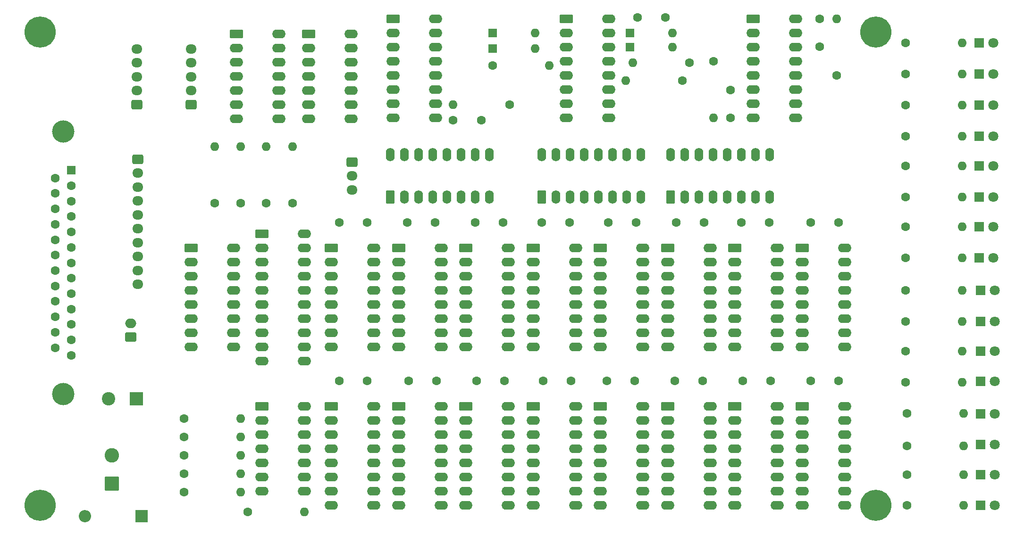
<source format=gbr>
%TF.GenerationSoftware,KiCad,Pcbnew,9.0.1*%
%TF.CreationDate,2025-07-19T09:37:53+10:00*%
%TF.ProjectId,128 X 16 RAM V4 FINAL ,31323820-5820-4313-9620-52414d205634,rev?*%
%TF.SameCoordinates,Original*%
%TF.FileFunction,Soldermask,Bot*%
%TF.FilePolarity,Negative*%
%FSLAX46Y46*%
G04 Gerber Fmt 4.6, Leading zero omitted, Abs format (unit mm)*
G04 Created by KiCad (PCBNEW 9.0.1) date 2025-07-19 09:37:53*
%MOMM*%
%LPD*%
G01*
G04 APERTURE LIST*
G04 Aperture macros list*
%AMRoundRect*
0 Rectangle with rounded corners*
0 $1 Rounding radius*
0 $2 $3 $4 $5 $6 $7 $8 $9 X,Y pos of 4 corners*
0 Add a 4 corners polygon primitive as box body*
4,1,4,$2,$3,$4,$5,$6,$7,$8,$9,$2,$3,0*
0 Add four circle primitives for the rounded corners*
1,1,$1+$1,$2,$3*
1,1,$1+$1,$4,$5*
1,1,$1+$1,$6,$7*
1,1,$1+$1,$8,$9*
0 Add four rect primitives between the rounded corners*
20,1,$1+$1,$2,$3,$4,$5,0*
20,1,$1+$1,$4,$5,$6,$7,0*
20,1,$1+$1,$6,$7,$8,$9,0*
20,1,$1+$1,$8,$9,$2,$3,0*%
G04 Aperture macros list end*
%ADD10RoundRect,0.250000X-0.950000X-0.550000X0.950000X-0.550000X0.950000X0.550000X-0.950000X0.550000X0*%
%ADD11O,2.400000X1.600000*%
%ADD12R,1.800000X1.800000*%
%ADD13C,1.800000*%
%ADD14R,1.600000X1.600000*%
%ADD15O,1.600000X1.600000*%
%ADD16C,1.600000*%
%ADD17RoundRect,0.250000X0.550000X-0.950000X0.550000X0.950000X-0.550000X0.950000X-0.550000X-0.950000X0*%
%ADD18O,1.600000X2.400000*%
%ADD19C,5.600000*%
%ADD20RoundRect,0.250000X-0.725000X0.600000X-0.725000X-0.600000X0.725000X-0.600000X0.725000X0.600000X0*%
%ADD21O,1.950000X1.700000*%
%ADD22R,2.400000X2.400000*%
%ADD23C,2.400000*%
%ADD24R,2.200000X2.200000*%
%ADD25O,2.200000X2.200000*%
%ADD26RoundRect,0.250000X0.725000X-0.600000X0.725000X0.600000X-0.725000X0.600000X-0.725000X-0.600000X0*%
%ADD27C,4.000000*%
%ADD28RoundRect,0.250000X1.050000X-1.050000X1.050000X1.050000X-1.050000X1.050000X-1.050000X-1.050000X0*%
%ADD29C,2.600000*%
%ADD30RoundRect,0.250000X0.750000X-0.600000X0.750000X0.600000X-0.750000X0.600000X-0.750000X-0.600000X0*%
%ADD31O,2.000000X1.700000*%
G04 APERTURE END LIST*
D10*
%TO.C,U15*%
X194691000Y-127202000D03*
D11*
X194691000Y-129742000D03*
X194691000Y-132282000D03*
X194691000Y-134822000D03*
X194691000Y-137362000D03*
X194691000Y-139902000D03*
X194691000Y-142442000D03*
X194691000Y-144982000D03*
X202311000Y-144982000D03*
X202311000Y-142442000D03*
X202311000Y-139902000D03*
X202311000Y-137362000D03*
X202311000Y-134822000D03*
X202311000Y-132282000D03*
X202311000Y-129742000D03*
X202311000Y-127202000D03*
%TD*%
D10*
%TO.C,J1*%
X97155000Y-98754000D03*
D11*
X97155000Y-101294000D03*
X97155000Y-103834000D03*
X97155000Y-106374000D03*
X97155000Y-108914000D03*
X97155000Y-111454000D03*
X97155000Y-113994000D03*
X97155000Y-116534000D03*
X104775000Y-116534000D03*
X104775000Y-113994000D03*
X104775000Y-111454000D03*
X104775000Y-108914000D03*
X104775000Y-106374000D03*
X104775000Y-103834000D03*
X104775000Y-101294000D03*
X104775000Y-98754000D03*
%TD*%
D10*
%TO.C,U8*%
X206756000Y-98754000D03*
D11*
X206756000Y-101294000D03*
X206756000Y-103834000D03*
X206756000Y-106374000D03*
X206756000Y-108914000D03*
X206756000Y-111454000D03*
X206756000Y-113994000D03*
X206756000Y-116534000D03*
X214376000Y-116534000D03*
X214376000Y-113994000D03*
X214376000Y-111454000D03*
X214376000Y-108914000D03*
X214376000Y-106374000D03*
X214376000Y-103834000D03*
X214376000Y-101294000D03*
X214376000Y-98754000D03*
%TD*%
D12*
%TO.C,D10*%
X238760000Y-111962000D03*
D13*
X241300000Y-111962000D03*
%TD*%
D10*
%TO.C,U21*%
X109855000Y-127202000D03*
D11*
X109855000Y-129742000D03*
X109855000Y-132282000D03*
X109855000Y-134822000D03*
X109855000Y-137362000D03*
X109855000Y-139902000D03*
X109855000Y-142442000D03*
X117475000Y-142442000D03*
X117475000Y-139902000D03*
X117475000Y-137362000D03*
X117475000Y-134822000D03*
X117475000Y-132282000D03*
X117475000Y-129742000D03*
X117475000Y-127202000D03*
%TD*%
D14*
%TO.C,D17*%
X175895000Y-62686000D03*
D15*
X183515000Y-62686000D03*
%TD*%
D12*
%TO.C,D11*%
X238760000Y-117296000D03*
D13*
X241300000Y-117296000D03*
%TD*%
D14*
%TO.C,D20*%
X151257000Y-60146000D03*
D15*
X158877000Y-60146000D03*
%TD*%
D10*
%TO.C,U11*%
X146431000Y-127202000D03*
D11*
X146431000Y-129742000D03*
X146431000Y-132282000D03*
X146431000Y-134822000D03*
X146431000Y-137362000D03*
X146431000Y-139902000D03*
X146431000Y-142442000D03*
X146431000Y-144982000D03*
X154051000Y-144982000D03*
X154051000Y-142442000D03*
X154051000Y-139902000D03*
X154051000Y-137362000D03*
X154051000Y-134822000D03*
X154051000Y-132282000D03*
X154051000Y-129742000D03*
X154051000Y-127202000D03*
%TD*%
D16*
%TO.C,R20*%
X225298000Y-111962000D03*
D15*
X235458000Y-111962000D03*
%TD*%
D17*
%TO.C,U20*%
X160020000Y-89610000D03*
D18*
X162560000Y-89610000D03*
X165100000Y-89610000D03*
X167640000Y-89610000D03*
X170180000Y-89610000D03*
X172720000Y-89610000D03*
X175260000Y-89610000D03*
X177800000Y-89610000D03*
X177800000Y-81990000D03*
X175260000Y-81990000D03*
X172720000Y-81990000D03*
X170180000Y-81990000D03*
X167640000Y-81990000D03*
X165100000Y-81990000D03*
X162560000Y-81990000D03*
X160020000Y-81990000D03*
%TD*%
D16*
%TO.C,R15*%
X225298000Y-84022000D03*
D15*
X235458000Y-84022000D03*
%TD*%
D10*
%TO.C,U1*%
X122301000Y-98754000D03*
D11*
X122301000Y-101294000D03*
X122301000Y-103834000D03*
X122301000Y-106374000D03*
X122301000Y-108914000D03*
X122301000Y-111454000D03*
X122301000Y-113994000D03*
X122301000Y-116534000D03*
X129921000Y-116534000D03*
X129921000Y-113994000D03*
X129921000Y-111454000D03*
X129921000Y-108914000D03*
X129921000Y-106374000D03*
X129921000Y-103834000D03*
X129921000Y-101294000D03*
X129921000Y-98754000D03*
%TD*%
D10*
%TO.C,U7*%
X194691000Y-98754000D03*
D11*
X194691000Y-101294000D03*
X194691000Y-103834000D03*
X194691000Y-106374000D03*
X194691000Y-108914000D03*
X194691000Y-111454000D03*
X194691000Y-113994000D03*
X194691000Y-116534000D03*
X202311000Y-116534000D03*
X202311000Y-113994000D03*
X202311000Y-111454000D03*
X202311000Y-108914000D03*
X202311000Y-106374000D03*
X202311000Y-103834000D03*
X202311000Y-101294000D03*
X202311000Y-98754000D03*
%TD*%
D16*
%TO.C,C17*%
X177245000Y-57352000D03*
X182245000Y-57352000D03*
%TD*%
%TO.C,C19*%
X209931000Y-57606000D03*
X209931000Y-62606000D03*
%TD*%
%TO.C,R10*%
X95884000Y-136026000D03*
D15*
X106044000Y-136026000D03*
%TD*%
D10*
%TO.C,U16*%
X206756000Y-127202000D03*
D11*
X206756000Y-129742000D03*
X206756000Y-132282000D03*
X206756000Y-134822000D03*
X206756000Y-137362000D03*
X206756000Y-139902000D03*
X206756000Y-142442000D03*
X206756000Y-144982000D03*
X214376000Y-144982000D03*
X214376000Y-142442000D03*
X214376000Y-139902000D03*
X214376000Y-137362000D03*
X214376000Y-134822000D03*
X214376000Y-132282000D03*
X214376000Y-129742000D03*
X214376000Y-127202000D03*
%TD*%
D16*
%TO.C,C21*%
X144144000Y-75828000D03*
X149144000Y-75828000D03*
%TD*%
%TO.C,R24*%
X225552000Y-134314000D03*
D15*
X235712000Y-134314000D03*
%TD*%
D16*
%TO.C,C6*%
X184150000Y-94182000D03*
X189150000Y-94182000D03*
%TD*%
%TO.C,C7*%
X195834000Y-94182000D03*
X200834000Y-94182000D03*
%TD*%
D10*
%TO.C,U5*%
X170561000Y-98754000D03*
D11*
X170561000Y-101294000D03*
X170561000Y-103834000D03*
X170561000Y-106374000D03*
X170561000Y-108914000D03*
X170561000Y-111454000D03*
X170561000Y-113994000D03*
X170561000Y-116534000D03*
X178181000Y-116534000D03*
X178181000Y-113994000D03*
X178181000Y-111454000D03*
X178181000Y-108914000D03*
X178181000Y-106374000D03*
X178181000Y-103834000D03*
X178181000Y-101294000D03*
X178181000Y-98754000D03*
%TD*%
D17*
%TO.C,U22*%
X132842000Y-89610000D03*
D18*
X135382000Y-89610000D03*
X137922000Y-89610000D03*
X140462000Y-89610000D03*
X143002000Y-89610000D03*
X145542000Y-89610000D03*
X148082000Y-89610000D03*
X150622000Y-89610000D03*
X150622000Y-81990000D03*
X148082000Y-81990000D03*
X145542000Y-81990000D03*
X143002000Y-81990000D03*
X140462000Y-81990000D03*
X137922000Y-81990000D03*
X135382000Y-81990000D03*
X132842000Y-81990000D03*
%TD*%
D19*
%TO.C,H2*%
X70000000Y-145000000D03*
%TD*%
%TO.C,H1*%
X70000000Y-60000000D03*
%TD*%
D10*
%TO.C,U9*%
X122301000Y-127202000D03*
D11*
X122301000Y-129742000D03*
X122301000Y-132282000D03*
X122301000Y-134822000D03*
X122301000Y-137362000D03*
X122301000Y-139902000D03*
X122301000Y-142442000D03*
X122301000Y-144982000D03*
X129921000Y-144982000D03*
X129921000Y-142442000D03*
X129921000Y-139902000D03*
X129921000Y-137362000D03*
X129921000Y-134822000D03*
X129921000Y-132282000D03*
X129921000Y-129742000D03*
X129921000Y-127202000D03*
%TD*%
D12*
%TO.C,D4*%
X238506000Y-78688000D03*
D13*
X241046000Y-78688000D03*
%TD*%
D10*
%TO.C,U27*%
X133350000Y-57658000D03*
D11*
X133350000Y-60198000D03*
X133350000Y-62738000D03*
X133350000Y-65278000D03*
X133350000Y-67818000D03*
X133350000Y-70358000D03*
X133350000Y-72898000D03*
X133350000Y-75438000D03*
X140970000Y-75438000D03*
X140970000Y-72898000D03*
X140970000Y-70358000D03*
X140970000Y-67818000D03*
X140970000Y-65278000D03*
X140970000Y-62738000D03*
X140970000Y-60198000D03*
X140970000Y-57658000D03*
%TD*%
D12*
%TO.C,D7*%
X238506000Y-94944000D03*
D13*
X241046000Y-94944000D03*
%TD*%
D20*
%TO.C,J4*%
X87540000Y-82829000D03*
D21*
X87540000Y-85329000D03*
X87540000Y-87829000D03*
X87540000Y-90329000D03*
X87540000Y-92829000D03*
X87540000Y-95329000D03*
X87540000Y-97829000D03*
X87540000Y-100329000D03*
X87540000Y-102829000D03*
X87540000Y-105329000D03*
%TD*%
D16*
%TO.C,R9*%
X95884000Y-142630000D03*
D15*
X106044000Y-142630000D03*
%TD*%
D16*
%TO.C,R27*%
X185292000Y-68716000D03*
D15*
X175132000Y-68716000D03*
%TD*%
D16*
%TO.C,R30*%
X190881000Y-65226000D03*
D15*
X190881000Y-75386000D03*
%TD*%
D16*
%TO.C,R21*%
X225298000Y-117296000D03*
D15*
X235458000Y-117296000D03*
%TD*%
D12*
%TO.C,D12*%
X238760000Y-122766000D03*
D13*
X241300000Y-122766000D03*
%TD*%
D16*
%TO.C,R32*%
X95884000Y-139328000D03*
D15*
X106044000Y-139328000D03*
%TD*%
D16*
%TO.C,C10*%
X136144000Y-122630000D03*
X141144000Y-122630000D03*
%TD*%
%TO.C,R16*%
X225298000Y-89610000D03*
D15*
X235458000Y-89610000D03*
%TD*%
D22*
%TO.C,C18*%
X87285959Y-125866000D03*
D23*
X82285959Y-125866000D03*
%TD*%
D10*
%TO.C,U24*%
X105282000Y-60334000D03*
D11*
X105282000Y-62874000D03*
X105282000Y-65414000D03*
X105282000Y-67954000D03*
X105282000Y-70494000D03*
X105282000Y-73034000D03*
X105282000Y-75574000D03*
X112902000Y-75574000D03*
X112902000Y-73034000D03*
X112902000Y-70494000D03*
X112902000Y-67954000D03*
X112902000Y-65414000D03*
X112902000Y-62874000D03*
X112902000Y-60334000D03*
%TD*%
D16*
%TO.C,R14*%
X225298000Y-78688000D03*
D15*
X235458000Y-78688000D03*
%TD*%
D16*
%TO.C,R18*%
X225298000Y-100532000D03*
D15*
X235458000Y-100532000D03*
%TD*%
D16*
%TO.C,C13*%
X171704000Y-122630000D03*
X176704000Y-122630000D03*
%TD*%
D10*
%TO.C,U10*%
X134366000Y-127202000D03*
D11*
X134366000Y-129742000D03*
X134366000Y-132282000D03*
X134366000Y-134822000D03*
X134366000Y-137362000D03*
X134366000Y-139902000D03*
X134366000Y-142442000D03*
X134366000Y-144982000D03*
X141986000Y-144982000D03*
X141986000Y-142442000D03*
X141986000Y-139902000D03*
X141986000Y-137362000D03*
X141986000Y-134822000D03*
X141986000Y-132282000D03*
X141986000Y-129742000D03*
X141986000Y-127202000D03*
%TD*%
D16*
%TO.C,C11*%
X148336000Y-122630000D03*
X153336000Y-122630000D03*
%TD*%
D12*
%TO.C,D9*%
X238760000Y-106356000D03*
D13*
X241300000Y-106356000D03*
%TD*%
D16*
%TO.C,C2*%
X135890000Y-94182000D03*
X140890000Y-94182000D03*
%TD*%
D20*
%TO.C,J2*%
X125984000Y-83340000D03*
D21*
X125984000Y-85840000D03*
X125984000Y-88340000D03*
%TD*%
D16*
%TO.C,R4*%
X110617000Y-90753000D03*
D15*
X110617000Y-80593000D03*
%TD*%
D16*
%TO.C,R19*%
X225298000Y-106374000D03*
D15*
X235458000Y-106374000D03*
%TD*%
D10*
%TO.C,U26*%
X118236000Y-60334000D03*
D11*
X118236000Y-62874000D03*
X118236000Y-65414000D03*
X118236000Y-67954000D03*
X118236000Y-70494000D03*
X118236000Y-73034000D03*
X118236000Y-75574000D03*
X125856000Y-75574000D03*
X125856000Y-73034000D03*
X125856000Y-70494000D03*
X125856000Y-67954000D03*
X125856000Y-65414000D03*
X125856000Y-62874000D03*
X125856000Y-60334000D03*
%TD*%
D16*
%TO.C,R7*%
X95884000Y-129422000D03*
D15*
X106044000Y-129422000D03*
%TD*%
D10*
%TO.C,U19*%
X164465000Y-57606000D03*
D11*
X164465000Y-60146000D03*
X164465000Y-62686000D03*
X164465000Y-65226000D03*
X164465000Y-67766000D03*
X164465000Y-70306000D03*
X164465000Y-72846000D03*
X164465000Y-75386000D03*
X172085000Y-75386000D03*
X172085000Y-72846000D03*
X172085000Y-70306000D03*
X172085000Y-67766000D03*
X172085000Y-65226000D03*
X172085000Y-62686000D03*
X172085000Y-60146000D03*
X172085000Y-57606000D03*
%TD*%
D16*
%TO.C,C8*%
X208280000Y-94182000D03*
X213280000Y-94182000D03*
%TD*%
%TO.C,C5*%
X171958000Y-94182000D03*
X176958000Y-94182000D03*
%TD*%
D10*
%TO.C,U4*%
X158496000Y-98754000D03*
D11*
X158496000Y-101294000D03*
X158496000Y-103834000D03*
X158496000Y-106374000D03*
X158496000Y-108914000D03*
X158496000Y-111454000D03*
X158496000Y-113994000D03*
X158496000Y-116534000D03*
X166116000Y-116534000D03*
X166116000Y-113994000D03*
X166116000Y-111454000D03*
X166116000Y-108914000D03*
X166116000Y-106374000D03*
X166116000Y-103834000D03*
X166116000Y-101294000D03*
X166116000Y-98754000D03*
%TD*%
D12*
%TO.C,D6*%
X238506000Y-89610000D03*
D13*
X241046000Y-89610000D03*
%TD*%
D16*
%TO.C,C15*%
X196088000Y-122630000D03*
X201088000Y-122630000D03*
%TD*%
D10*
%TO.C,U25*%
X197993000Y-57606000D03*
D11*
X197993000Y-60146000D03*
X197993000Y-62686000D03*
X197993000Y-65226000D03*
X197993000Y-67766000D03*
X197993000Y-70306000D03*
X197993000Y-72846000D03*
X197993000Y-75386000D03*
X205613000Y-75386000D03*
X205613000Y-72846000D03*
X205613000Y-70306000D03*
X205613000Y-67766000D03*
X205613000Y-65226000D03*
X205613000Y-62686000D03*
X205613000Y-60146000D03*
X205613000Y-57606000D03*
%TD*%
D16*
%TO.C,R1*%
X101388000Y-90753000D03*
D15*
X101388000Y-80593000D03*
%TD*%
D12*
%TO.C,D14*%
X238760000Y-134042000D03*
D13*
X241300000Y-134042000D03*
%TD*%
D16*
%TO.C,R17*%
X225298000Y-94944000D03*
D15*
X235458000Y-94944000D03*
%TD*%
D10*
%TO.C,U14*%
X182626000Y-127202000D03*
D11*
X182626000Y-129742000D03*
X182626000Y-132282000D03*
X182626000Y-134822000D03*
X182626000Y-137362000D03*
X182626000Y-139902000D03*
X182626000Y-142442000D03*
X182626000Y-144982000D03*
X190246000Y-144982000D03*
X190246000Y-142442000D03*
X190246000Y-139902000D03*
X190246000Y-137362000D03*
X190246000Y-134822000D03*
X190246000Y-132282000D03*
X190246000Y-129742000D03*
X190246000Y-127202000D03*
%TD*%
D14*
%TO.C,D18*%
X175895000Y-60146000D03*
D15*
X183515000Y-60146000D03*
%TD*%
D16*
%TO.C,R29*%
X212979000Y-67766000D03*
D15*
X212979000Y-57606000D03*
%TD*%
D16*
%TO.C,R31*%
X154304000Y-73034000D03*
D15*
X144144000Y-73034000D03*
%TD*%
D16*
%TO.C,C3*%
X148082000Y-94182000D03*
X153082000Y-94182000D03*
%TD*%
%TO.C,R12*%
X225298000Y-67512000D03*
D15*
X235458000Y-67512000D03*
%TD*%
D14*
%TO.C,D19*%
X151257000Y-62940000D03*
D15*
X158877000Y-62940000D03*
%TD*%
D16*
%TO.C,C9*%
X123698000Y-122630000D03*
X128698000Y-122630000D03*
%TD*%
D24*
%TO.C,D21*%
X88264000Y-146948000D03*
D25*
X78104000Y-146948000D03*
%TD*%
D16*
%TO.C,R23*%
X225552000Y-128472000D03*
D15*
X235712000Y-128472000D03*
%TD*%
D26*
%TO.C,J7*%
X97154000Y-73034000D03*
D21*
X97154000Y-70534000D03*
X97154000Y-68034000D03*
X97154000Y-65534000D03*
X97154000Y-63034000D03*
%TD*%
D16*
%TO.C,C4*%
X160020000Y-94182000D03*
X165020000Y-94182000D03*
%TD*%
%TO.C,R28*%
X151257000Y-65988000D03*
D15*
X161417000Y-65988000D03*
%TD*%
D16*
%TO.C,C14*%
X183896000Y-122630000D03*
X188896000Y-122630000D03*
%TD*%
D10*
%TO.C,U13*%
X170561000Y-127202000D03*
D11*
X170561000Y-129742000D03*
X170561000Y-132282000D03*
X170561000Y-134822000D03*
X170561000Y-137362000D03*
X170561000Y-139902000D03*
X170561000Y-142442000D03*
X170561000Y-144982000D03*
X178181000Y-144982000D03*
X178181000Y-142442000D03*
X178181000Y-139902000D03*
X178181000Y-137362000D03*
X178181000Y-134822000D03*
X178181000Y-132282000D03*
X178181000Y-129742000D03*
X178181000Y-127202000D03*
%TD*%
D26*
%TO.C,J5*%
X87375000Y-73034000D03*
D21*
X87375000Y-70534000D03*
X87375000Y-68034000D03*
X87375000Y-65534000D03*
X87375000Y-63034000D03*
%TD*%
D27*
%TO.C,J3*%
X74172000Y-77900000D03*
X74172000Y-125000000D03*
D14*
X75592000Y-84830000D03*
D16*
X75592000Y-87600000D03*
X75592000Y-90370000D03*
X75592000Y-93140000D03*
X75592000Y-95910000D03*
X75592000Y-98680000D03*
X75592000Y-101450000D03*
X75592000Y-104220000D03*
X75592000Y-106990000D03*
X75592000Y-109760000D03*
X75592000Y-112530000D03*
X75592000Y-115300000D03*
X75592000Y-118070000D03*
X72752000Y-86215000D03*
X72752000Y-88985000D03*
X72752000Y-91755000D03*
X72752000Y-94525000D03*
X72752000Y-97295000D03*
X72752000Y-100065000D03*
X72752000Y-102835000D03*
X72752000Y-105605000D03*
X72752000Y-108375000D03*
X72752000Y-111145000D03*
X72752000Y-113915000D03*
X72752000Y-116685000D03*
%TD*%
%TO.C,R22*%
X225298000Y-122884000D03*
D15*
X235458000Y-122884000D03*
%TD*%
D12*
%TO.C,D3*%
X238506000Y-73100000D03*
D13*
X241046000Y-73100000D03*
%TD*%
D16*
%TO.C,R8*%
X95884000Y-132766000D03*
D15*
X106044000Y-132766000D03*
%TD*%
D16*
%TO.C,C20*%
X193929000Y-75386000D03*
X193929000Y-70386000D03*
%TD*%
D10*
%TO.C,U23*%
X109855000Y-96214000D03*
D11*
X109855000Y-98754000D03*
X109855000Y-101294000D03*
X109855000Y-103834000D03*
X109855000Y-106374000D03*
X109855000Y-108914000D03*
X109855000Y-111454000D03*
X109855000Y-113994000D03*
X109855000Y-116534000D03*
X109855000Y-119074000D03*
X117475000Y-119074000D03*
X117475000Y-116534000D03*
X117475000Y-113994000D03*
X117475000Y-111454000D03*
X117475000Y-108914000D03*
X117475000Y-106374000D03*
X117475000Y-103834000D03*
X117475000Y-101294000D03*
X117475000Y-98754000D03*
X117475000Y-96214000D03*
%TD*%
D12*
%TO.C,D1*%
X238506000Y-61924000D03*
D13*
X241046000Y-61924000D03*
%TD*%
D12*
%TO.C,D13*%
X238760000Y-128572000D03*
D13*
X241300000Y-128572000D03*
%TD*%
D16*
%TO.C,C16*%
X208280000Y-122630000D03*
X213280000Y-122630000D03*
%TD*%
%TO.C,R26*%
X225552000Y-144982000D03*
D15*
X235712000Y-144982000D03*
%TD*%
D12*
%TO.C,D2*%
X238506000Y-67512000D03*
D13*
X241046000Y-67512000D03*
%TD*%
D10*
%TO.C,U3*%
X146431000Y-98754000D03*
D11*
X146431000Y-101294000D03*
X146431000Y-103834000D03*
X146431000Y-106374000D03*
X146431000Y-108914000D03*
X146431000Y-111454000D03*
X146431000Y-113994000D03*
X146431000Y-116534000D03*
X154051000Y-116534000D03*
X154051000Y-113994000D03*
X154051000Y-111454000D03*
X154051000Y-108914000D03*
X154051000Y-106374000D03*
X154051000Y-103834000D03*
X154051000Y-101294000D03*
X154051000Y-98754000D03*
%TD*%
D16*
%TO.C,R11*%
X225298000Y-61924000D03*
D15*
X235458000Y-61924000D03*
%TD*%
D16*
%TO.C,C12*%
X160274000Y-122630000D03*
X165274000Y-122630000D03*
%TD*%
D19*
%TO.C,H4*%
X220000000Y-145000000D03*
%TD*%
D12*
%TO.C,D5*%
X238506000Y-84004000D03*
D13*
X241046000Y-84004000D03*
%TD*%
D12*
%TO.C,D15*%
X238760000Y-139512000D03*
D13*
X241300000Y-139512000D03*
%TD*%
D17*
%TO.C,U18*%
X183134000Y-89610000D03*
D18*
X185674000Y-89610000D03*
X188214000Y-89610000D03*
X190754000Y-89610000D03*
X193294000Y-89610000D03*
X195834000Y-89610000D03*
X198374000Y-89610000D03*
X200914000Y-89610000D03*
X200914000Y-81990000D03*
X198374000Y-81990000D03*
X195834000Y-81990000D03*
X193294000Y-81990000D03*
X190754000Y-81990000D03*
X188214000Y-81990000D03*
X185674000Y-81990000D03*
X183134000Y-81990000D03*
%TD*%
D16*
%TO.C,R3*%
X106045000Y-90753000D03*
D15*
X106045000Y-80593000D03*
%TD*%
D16*
%TO.C,R2*%
X107314000Y-146186000D03*
D15*
X117474000Y-146186000D03*
%TD*%
D28*
%TO.C,J11*%
X82930000Y-141106000D03*
D29*
X82930000Y-136026000D03*
%TD*%
D30*
%TO.C,J6*%
X86270000Y-114800000D03*
D31*
X86270000Y-112300000D03*
%TD*%
D10*
%TO.C,U6*%
X182626000Y-98754000D03*
D11*
X182626000Y-101294000D03*
X182626000Y-103834000D03*
X182626000Y-106374000D03*
X182626000Y-108914000D03*
X182626000Y-111454000D03*
X182626000Y-113994000D03*
X182626000Y-116534000D03*
X190246000Y-116534000D03*
X190246000Y-113994000D03*
X190246000Y-111454000D03*
X190246000Y-108914000D03*
X190246000Y-106374000D03*
X190246000Y-103834000D03*
X190246000Y-101294000D03*
X190246000Y-98754000D03*
%TD*%
D10*
%TO.C,U12*%
X158496000Y-127202000D03*
D11*
X158496000Y-129742000D03*
X158496000Y-132282000D03*
X158496000Y-134822000D03*
X158496000Y-137362000D03*
X158496000Y-139902000D03*
X158496000Y-142442000D03*
X158496000Y-144982000D03*
X166116000Y-144982000D03*
X166116000Y-142442000D03*
X166116000Y-139902000D03*
X166116000Y-137362000D03*
X166116000Y-134822000D03*
X166116000Y-132282000D03*
X166116000Y-129742000D03*
X166116000Y-127202000D03*
%TD*%
D10*
%TO.C,U2*%
X134366000Y-98754000D03*
D11*
X134366000Y-101294000D03*
X134366000Y-103834000D03*
X134366000Y-106374000D03*
X134366000Y-108914000D03*
X134366000Y-111454000D03*
X134366000Y-113994000D03*
X134366000Y-116534000D03*
X141986000Y-116534000D03*
X141986000Y-113994000D03*
X141986000Y-111454000D03*
X141986000Y-108914000D03*
X141986000Y-106374000D03*
X141986000Y-103834000D03*
X141986000Y-101294000D03*
X141986000Y-98754000D03*
%TD*%
D19*
%TO.C,H3*%
X220000000Y-60000000D03*
%TD*%
D16*
%TO.C,R25*%
X225552000Y-139512000D03*
D15*
X235712000Y-139512000D03*
%TD*%
D16*
%TO.C,R13*%
X225298000Y-73100000D03*
D15*
X235458000Y-73100000D03*
%TD*%
D16*
%TO.C,R5*%
X115316000Y-90753000D03*
D15*
X115316000Y-80593000D03*
%TD*%
D16*
%TO.C,C1*%
X123698000Y-94182000D03*
X128698000Y-94182000D03*
%TD*%
%TO.C,R6*%
X186562000Y-65541000D03*
D15*
X176402000Y-65541000D03*
%TD*%
D12*
%TO.C,D8*%
X238506000Y-100532000D03*
D13*
X241046000Y-100532000D03*
%TD*%
D12*
%TO.C,D16*%
X238760000Y-144982000D03*
D13*
X241300000Y-144982000D03*
%TD*%
M02*

</source>
